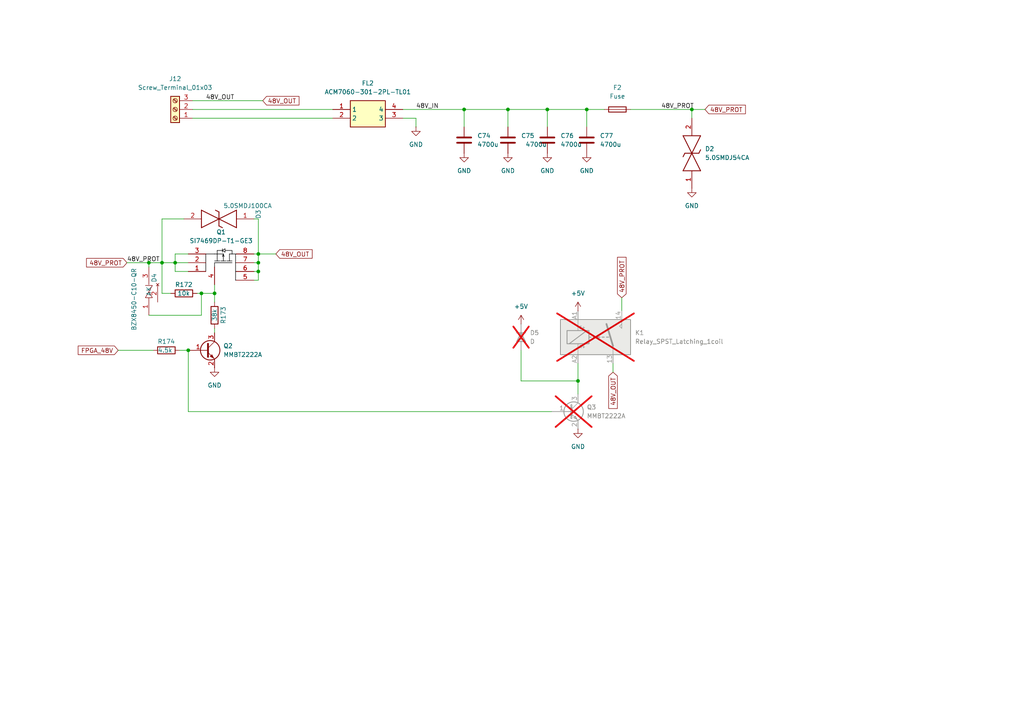
<source format=kicad_sch>
(kicad_sch (version 20231120) (generator "eeschema") (generator_version "8.0")
  (paper "A4")
  (lib_symbols
    (symbol "5_0SMDJ100CA:5.0SMDJ100CA" (pin_names hide)
      (property "Reference" "D" (at 12.7 8.89 0))
      (property "Value" "5.0SMDJ100CA" (at 12.7 6.35 0))
      (symbol "5.0SMDJ100CA_1_1"
        (polyline (pts (xy 5.08 2.54) (xy 5.08 -2.54)) (stroke (width 0.254)))
        (polyline (pts (xy 5.08 2.54) (xy 10.16 0)) (stroke (width 0.254)))
        (polyline (pts (xy 9.144 2.54) (xy 10.16 2.032)) (stroke (width 0.254)))
        (polyline (pts (xy 10.16 -2.032) (xy 10.16 2.032)) (stroke (width 0.254)))
        (polyline (pts (xy 10.16 -2.032) (xy 11.176 -2.54)) (stroke (width 0.254)))
        (polyline (pts (xy 10.16 0) (xy 5.08 -2.54)) (stroke (width 0.254)))
        (polyline (pts (xy 10.16 0) (xy 15.24 -2.54)) (stroke (width 0.254)))
        (polyline (pts (xy 15.24 2.54) (xy 10.16 0)) (stroke (width 0.254)))
        (polyline (pts (xy 15.24 2.54) (xy 15.24 -2.54)) (stroke (width 0.254)))
        (pin passive line (at 0 0 0) (length 5.08) (name "1") (number "1"))
        (pin passive line (at 20.32 0 180) (length 5.08) (name "2") (number "2"))
      )
    )
    (symbol "5_0SMDJ54CA:5.0SMDJ54CA" (pin_names hide)
      (property "Reference" "D" (at 3.048 3.556 0))
      (property "Value" "5.0SMDJ54CA" (at 12.954 3.302 0))
      (symbol "5.0SMDJ54CA_1_1"
        (polyline (pts (xy 5.08 2.54) (xy 5.08 -2.54)) (stroke (width 0.254)))
        (polyline (pts (xy 5.08 2.54) (xy 10.16 0)) (stroke (width 0.254)))
        (polyline (pts (xy 9.144 2.54) (xy 10.16 2.032)) (stroke (width 0.254)))
        (polyline (pts (xy 10.16 -2.032) (xy 10.16 2.032)) (stroke (width 0.254)))
        (polyline (pts (xy 10.16 -2.032) (xy 11.176 -2.54)) (stroke (width 0.254)))
        (polyline (pts (xy 10.16 0) (xy 5.08 -2.54)) (stroke (width 0.254)))
        (polyline (pts (xy 10.16 0) (xy 15.24 -2.54)) (stroke (width 0.254)))
        (polyline (pts (xy 15.24 2.54) (xy 10.16 0)) (stroke (width 0.254)))
        (polyline (pts (xy 15.24 2.54) (xy 15.24 -2.54)) (stroke (width 0.254)))
        (pin passive line (at 0 0 0) (length 5.08) (name "1") (number "1"))
        (pin passive line (at 20.32 0 180) (length 5.08) (name "2") (number "2"))
      )
    )
    (symbol "ACM7060-301-2PL-TL01:ACM7060-301-2PL-TL01"
      (property "Reference" "FL" (at 16.51 7.62 0))
      (property "Value" "ACM7060-301-2PL-TL01" (at 16.51 5.08 0))
      (symbol "ACM7060-301-2PL-TL01_1_1"
        (rectangle (start 5.08 2.54) (end 15.24 -5.08) (stroke (width 0.254)) (fill (type background)))
        (pin passive line (at 0 0 0) (length 5.08) (name "1") (number "1"))
        (pin passive line (at 0 -2.54 0) (length 5.08) (name "2") (number "2"))
        (pin passive line (at 20.32 -2.54 180) (length 5.08) (name "3") (number "3"))
        (pin passive line (at 20.32 0 180) (length 5.08) (name "4") (number "4"))
      )
    )
    (symbol "BZX8450-C10-QR:BZX8450-C10-QR"
      (property "Reference" "D" (at -2.794 9.144 0))
      (property "Value" "BZX8450-C10-QR" (at -7.62 2.794 0))
      (symbol "BZX8450-C10-QR_0_1"
        (polyline (pts (xy -2.54 6.35) (xy -2.54 7.366) (xy -2.54 5.334) (xy -0.762 6.35) (xy -2.54 7.366) (xy 1.016 5.334) (xy 1.016 7.366)))
      )
      (symbol "BZX8450-C10-QR_1_1"
        (pin passive line (at -7.62 6.35 0) (length 5.08) (name "A") (number "1"))
        (pin no_connect line (at 1.27 3.81 180) (length 5.08) (name "") (number "2"))
        (pin passive line (at 6.35 6.35 180) (length 5.08) (name "K") (number "3"))
      )
    )
    (symbol "Connector:Screw_Terminal_01x03" (pin_names (offset 1.016) hide)
      (property "Reference" "J" (at 0 5.08 0))
      (property "Value" "Screw_Terminal_01x03" (at 0 -5.08 0))
      (symbol "Screw_Terminal_01x03_1_1"
        (rectangle (start -1.27 3.81) (end 1.27 -3.81) (stroke (width 0.254)) (fill (type background)))
        (circle (center 0 -2.54) (radius 0.635) (stroke (width 0.1524)))
        (polyline (pts (xy -0.5334 -2.2098) (xy 0.3302 -3.048)) (stroke (width 0.1524)))
        (polyline (pts (xy -0.5334 0.3302) (xy 0.3302 -0.508)) (stroke (width 0.1524)))
        (polyline (pts (xy -0.5334 2.8702) (xy 0.3302 2.032)) (stroke (width 0.1524)))
        (polyline (pts (xy -0.3556 -2.032) (xy 0.508 -2.8702)) (stroke (width 0.1524)))
        (polyline (pts (xy -0.3556 0.508) (xy 0.508 -0.3302)) (stroke (width 0.1524)))
        (polyline (pts (xy -0.3556 3.048) (xy 0.508 2.2098)) (stroke (width 0.1524)))
        (circle (center 0 0) (radius 0.635) (stroke (width 0.1524)))
        (circle (center 0 2.54) (radius 0.635) (stroke (width 0.1524)))
        (pin passive line (at -5.08 2.54 0) (length 3.81) (name "Pin_1") (number "1"))
        (pin passive line (at -5.08 0 0) (length 3.81) (name "Pin_2") (number "2"))
        (pin passive line (at -5.08 -2.54 0) (length 3.81) (name "Pin_3") (number "3"))
      )
    )
    (symbol "Device:C" (pin_numbers hide) (pin_names (offset 0.254))
      (property "Reference" "C" (at 0.635 2.54 0))
      (property "Value" "C" (at 0.635 -2.54 0))
      (symbol "C_0_1"
        (polyline (pts (xy -2.032 -0.762) (xy 2.032 -0.762)) (stroke (width 0.508)))
        (polyline (pts (xy -2.032 0.762) (xy 2.032 0.762)) (stroke (width 0.508)))
      )
      (symbol "C_1_1"
        (pin passive line (at 0 3.81 270) (length 2.794) (name "~") (number "1"))
        (pin passive line (at 0 -3.81 90) (length 2.794) (name "~") (number "2"))
      )
    )
    (symbol "Device:D" (pin_numbers hide) (pin_names (offset 1.016) hide)
      (property "Reference" "D" (at 0 2.54 0))
      (property "Value" "D" (at 0 -2.54 0))
      (symbol "D_0_1"
        (polyline (pts (xy -1.27 1.27) (xy -1.27 -1.27)) (stroke (width 0.254)))
        (polyline (pts (xy 1.27 0) (xy -1.27 0)))
        (polyline (pts (xy 1.27 1.27) (xy 1.27 -1.27) (xy -1.27 0) (xy 1.27 1.27)) (stroke (width 0.254)))
      )
      (symbol "D_1_1"
        (pin passive line (at -3.81 0 0) (length 2.54) (name "K") (number "1"))
        (pin passive line (at 3.81 0 180) (length 2.54) (name "A") (number "2"))
      )
    )
    (symbol "Device:Fuse" (pin_numbers hide) (pin_names (offset 0))
      (property "Reference" "F" (at 2.032 0 90))
      (property "Value" "Fuse" (at -1.905 0 90))
      (symbol "Fuse_0_1"
        (rectangle (start -0.762 -2.54) (end 0.762 2.54) (stroke (width 0.254)))
        (polyline (pts (xy 0 2.54) (xy 0 -2.54)))
      )
      (symbol "Fuse_1_1"
        (pin passive line (at 0 3.81 270) (length 1.27) (name "~") (number "1"))
        (pin passive line (at 0 -3.81 90) (length 1.27) (name "~") (number "2"))
      )
    )
    (symbol "Device:R" (pin_numbers hide) (pin_names (offset 0))
      (property "Reference" "R" (at 2.032 0 90))
      (property "Value" "R" (at 0 0 90))
      (symbol "R_0_1"
        (rectangle (start -1.016 -2.54) (end 1.016 2.54) (stroke (width 0.254)))
      )
      (symbol "R_1_1"
        (pin passive line (at 0 3.81 270) (length 1.27) (name "~") (number "1"))
        (pin passive line (at 0 -3.81 90) (length 1.27) (name "~") (number "2"))
      )
    )
    (symbol "Relay:Relay_SPST_Latching_1coil"
      (property "Reference" "K" (at 12.065 3.81 0))
      (property "Value" "Relay_SPST_Latching_1coil" (at 11.43 1.27 0))
      (symbol "Relay_SPST_Latching_1coil_1_1"
        (rectangle (start -10.16 5.08) (end 10.16 -5.08) (stroke (width 0.254)) (fill (type background)))
        (rectangle (start -8.255 1.905) (end -1.905 -1.905) (stroke (width 0.254)))
        (polyline (pts (xy -7.62 -1.905) (xy -2.54 1.905)) (stroke (width 0.254)))
        (polyline (pts (xy -5.08 -5.08) (xy -5.08 -1.905)))
        (polyline (pts (xy -5.08 5.08) (xy -5.08 1.905)))
        (polyline (pts (xy -1.905 0) (xy -1.27 0)) (stroke (width 0.254)))
        (polyline (pts (xy -0.635 0) (xy 0 0)) (stroke (width 0.254)))
        (polyline (pts (xy 0.635 0) (xy 1.27 0)) (stroke (width 0.254)))
        (polyline (pts (xy 0.635 0) (xy 1.27 0)) (stroke (width 0.254)))
        (polyline (pts (xy 1.905 0) (xy 2.54 0)) (stroke (width 0.254)))
        (polyline (pts (xy 3.175 0) (xy 3.81 0)) (stroke (width 0.254)))
        (polyline (pts (xy 5.08 -2.54) (xy 3.175 3.81)) (stroke (width 0.508)))
        (polyline (pts (xy 5.08 -2.54) (xy 5.08 -5.08)))
        (polyline (pts (xy 7.62 3.81) (xy 7.62 5.08)))
        (polyline (pts (xy 7.62 3.81) (xy 7.62 2.54) (xy 6.985 3.175) (xy 7.62 3.81)))
        (text "R+" (at -3.81 -2.794 0) (effects (font (size 0.762 0.762))))
        (text "S+" (at -3.81 2.794 0) (effects (font (size 0.762 0.762))))
        (pin passive line (at 5.08 -7.62 90) (length 2.54) (name "~") (number "13"))
        (pin passive line (at 7.62 7.62 270) (length 2.54) (name "~") (number "14"))
        (pin passive line (at -5.08 7.62 270) (length 2.54) (name "~") (number "A1"))
        (pin passive line (at -5.08 -7.62 90) (length 2.54) (name "~") (number "A2"))
      )
    )
    (symbol "SI7469DP-T1-GE3:SI7469DP-T1-GE3"
      (property "Reference" "Q" (at -1.778 34.798 0))
      (property "Value" "SI7469DP-T1-GE3" (at -1.778 31.75 0))
      (symbol "SI7469DP-T1-GE3_0_1"
        (polyline (pts (xy -4.064 29.972) (xy -5.842 29.972)) (stroke (width 0) (color 0 0 0 1)))
        (polyline (pts (xy -4.064 29.972) (xy -4.064 29.972)) (stroke (width 0) (color 0 0 0 1)))
        (polyline (pts (xy -4.064 29.972) (xy -2.794 29.972)) (stroke (width 0) (color 0 0 0 1)))
        (polyline (pts (xy -3.81 31.75) (xy -5.842 31.75)) (stroke (width 0) (color 0 0 0 1)))
        (polyline (pts (xy -3.81 31.75) (xy -4.572 31.496)) (stroke (width 0) (color 0 0 0 1)))
        (polyline (pts (xy -3.81 31.75) (xy -4.572 32.004)) (stroke (width 0) (color 0 0 0 1)))
        (polyline (pts (xy -3.81 31.75) (xy -3.81 29.21)) (stroke (width 0) (color 0 0 0 1)))
        (polyline (pts (xy -3.81 33.528) (xy -3.81 34.29)) (stroke (width 0) (color 0 0 0 1)))
        (polyline (pts (xy -3.302 31.496) (xy -2.286 31.496)) (stroke (width 0) (color 0 0 0 1)))
        (polyline (pts (xy -2.794 31.496) (xy -2.794 29.972)) (stroke (width 0) (color 0 0 0 1)))
        (polyline (pts (xy -7.62 29.21) (xy -6.35 29.21) (xy -6.35 34.29)) (stroke (width 0) (color 0 0 0 1)))
        (polyline (pts (xy -5.842 30.734) (xy -5.842 29.21) (xy -5.842 29.718)) (stroke (width 0) (color 0 0 0 1)))
        (polyline (pts (xy -5.842 32.512) (xy -5.842 30.988) (xy -5.842 31.496)) (stroke (width 0) (color 0 0 0 1)))
        (polyline (pts (xy -5.842 34.29) (xy -5.842 32.766) (xy -5.842 33.274)) (stroke (width 0) (color 0 0 0 1)))
        (polyline (pts (xy -3.81 34.29) (xy -2.794 34.29) (xy -2.794 32.258) (xy -2.286 32.258) (xy -2.794 31.496) (xy -3.302 32.258) (xy -2.794 32.258)) (stroke (width 0) (color 0 0 0 1)))
      )
      (symbol "SI7469DP-T1-GE3_1_1"
        (polyline (pts (xy -11.43 35.56) (xy -11.43 35.306)) (stroke (width 0) (color 0 0 0 1)))
        (polyline (pts (xy -8.89 35.56) (xy -8.89 35.306)) (stroke (width 0) (color 0 0 0 1)))
        (polyline (pts (xy -6.35 35.56) (xy -6.35 35.306)) (stroke (width 0) (color 0 0 0 1)))
        (polyline (pts (xy -3.81 33.528) (xy -5.842 33.528)) (stroke (width 0) (color 0 0 0 1)))
        (polyline (pts (xy -3.81 29.21) (xy -3.81 26.67) (xy -8.89 26.67)) (stroke (width 0) (color 0 0 0 1)))
        (polyline (pts (xy -11.43 35.56) (xy -11.43 35.306) (xy -3.81 35.306) (xy -3.81 35.56) (xy -3.81 34.29)) (stroke (width 0) (color 0 0 0 1)))
        (pin passive line (at -8.89 21.59 90) (length 5.08) (name "") (number "1"))
        (pin passive line (at -6.35 21.59 90) (length 5.08) (name "") (number "2"))
        (pin passive line (at -3.81 21.59 90) (length 5.08) (name "") (number "3"))
        (pin passive line (at -12.7 29.21 0) (length 5.08) (name "") (number "4"))
        (pin passive line (at -11.43 40.64 270) (length 5.08) (name "") (number "5"))
        (pin passive line (at -8.89 40.64 270) (length 5.08) (name "") (number "6"))
        (pin passive line (at -6.35 40.64 270) (length 5.08) (name "") (number "7"))
        (pin passive line (at -3.81 40.64 270) (length 5.08) (name "") (number "8"))
      )
    )
    (symbol "Transistor_BJT:MMBT2222A" (pin_names (offset 0) hide)
      (property "Reference" "Q" (at 5.08 1.905 0))
      (property "Value" "MMBT2222A" (at 5.08 0 0))
      (symbol "MMBT2222A_0_1"
        (polyline (pts (xy 0.635 0.635) (xy 2.54 2.54)))
        (polyline (pts (xy 0.635 -0.635) (xy 2.54 -2.54) (xy 2.54 -2.54)))
        (polyline (pts (xy 0.635 1.905) (xy 0.635 -1.905) (xy 0.635 -1.905)) (stroke (width 0.508)))
        (polyline (pts (xy 1.27 -1.778) (xy 1.778 -1.27) (xy 2.286 -2.286) (xy 1.27 -1.778) (xy 1.27 -1.778)) (fill (type outline)))
        (circle (center 1.27 0) (radius 2.8194) (stroke (width 0.254)))
      )
      (symbol "MMBT2222A_1_1"
        (pin input line (at -5.08 0 0) (length 5.715) (name "B") (number "1"))
        (pin passive line (at 2.54 -5.08 90) (length 2.54) (name "E") (number "2"))
        (pin passive line (at 2.54 5.08 270) (length 2.54) (name "C") (number "3"))
      )
    )
    (symbol "power:+5V" (power) (pin_numbers hide) (pin_names (offset 0) hide)
      (property "Value" "+5V" (at 0 3.556 0))
      (symbol "+5V_0_1"
        (polyline (pts (xy -0.762 1.27) (xy 0 2.54)))
        (polyline (pts (xy 0 0) (xy 0 2.54)))
        (polyline (pts (xy 0 2.54) (xy 0.762 1.27)))
      )
      (symbol "+5V_1_1"
        (pin power_in line (at 0 0 90) (length 0) (name "~") (number "1"))
      )
    )
    (symbol "power:GND" (power) (pin_numbers hide) (pin_names (offset 0) hide)
      (property "Value" "GND" (at 0 -3.81 0))
      (symbol "GND_0_1"
        (polyline (pts (xy 0 0) (xy 0 -1.27) (xy 1.27 -1.27) (xy 0 -2.54) (xy -1.27 -1.27) (xy 0 -1.27)))
      )
      (symbol "GND_1_1"
        (pin power_in line (at 0 0 270) (length 0) (name "~") (number "1"))
      )
    )
  )
  (junction (at 134.62 31.75))
  (junction (at 62.23 85.09))
  (junction (at 74.93 78.74))
  (junction (at 170.18 31.75))
  (junction (at 74.93 76.2))
  (junction (at 50.8 76.2))
  (junction (at 54.61 101.6))
  (junction (at 74.93 73.66))
  (junction (at 158.75 31.75))
  (junction (at 200.66 31.75))
  (junction (at 147.32 31.75))
  (junction (at 167.64 110.49))
  (junction (at 43.18 76.2))
  (junction (at 58.42 85.09))
  (junction (at 46.99 76.2))
  (wire (pts (xy 151.13 110.49) (xy 167.64 110.49)))
  (wire (pts (xy 116.84 34.29) (xy 120.65 34.29)))
  (wire (pts (xy 74.93 78.74) (xy 74.93 76.2)))
  (wire (pts (xy 167.64 110.49) (xy 167.64 114.3)))
  (wire (pts (xy 73.66 78.74) (xy 74.93 78.74)))
  (wire (pts (xy 50.8 73.66) (xy 50.8 76.2)))
  (wire (pts (xy 167.64 105.41) (xy 167.64 110.49)))
  (wire (pts (xy 177.8 105.41) (xy 177.8 107.95)))
  (wire (pts (xy 73.66 63.5) (xy 74.93 63.5)))
  (wire (pts (xy 147.32 31.75) (xy 158.75 31.75)))
  (wire (pts (xy 200.66 34.29) (xy 200.66 31.75)))
  (wire (pts (xy 180.34 86.36) (xy 180.34 90.17)))
  (wire (pts (xy 58.42 85.09) (xy 62.23 85.09)))
  (wire (pts (xy 158.75 31.75) (xy 170.18 31.75)))
  (wire (pts (xy 200.66 31.75) (xy 204.47 31.75)))
  (wire (pts (xy 43.18 91.44) (xy 58.42 91.44)))
  (wire (pts (xy 73.66 76.2) (xy 74.93 76.2)))
  (wire (pts (xy 160.02 119.38) (xy 54.61 119.38)))
  (wire (pts (xy 43.18 76.2) (xy 46.99 76.2)))
  (wire (pts (xy 46.99 63.5) (xy 46.99 76.2)))
  (wire (pts (xy 170.18 31.75) (xy 170.18 36.83)))
  (wire (pts (xy 36.83 76.2) (xy 43.18 76.2)))
  (wire (pts (xy 116.84 31.75) (xy 134.62 31.75)))
  (wire (pts (xy 62.23 85.09) (xy 62.23 87.63)))
  (wire (pts (xy 50.8 78.74) (xy 54.61 78.74)))
  (wire (pts (xy 58.42 91.44) (xy 58.42 85.09)))
  (wire (pts (xy 52.07 101.6) (xy 54.61 101.6)))
  (wire (pts (xy 134.62 31.75) (xy 134.62 36.83)))
  (wire (pts (xy 74.93 81.28) (xy 74.93 78.74)))
  (wire (pts (xy 158.75 31.75) (xy 158.75 36.83)))
  (wire (pts (xy 74.93 73.66) (xy 80.01 73.66)))
  (wire (pts (xy 46.99 76.2) (xy 50.8 76.2)))
  (wire (pts (xy 53.34 63.5) (xy 46.99 63.5)))
  (wire (pts (xy 55.88 31.75) (xy 96.52 31.75)))
  (wire (pts (xy 73.66 81.28) (xy 74.93 81.28)))
  (wire (pts (xy 73.66 73.66) (xy 74.93 73.66)))
  (wire (pts (xy 62.23 82.55) (xy 62.23 85.09)))
  (wire (pts (xy 34.29 101.6) (xy 44.45 101.6)))
  (wire (pts (xy 55.88 29.21) (xy 76.2 29.21)))
  (wire (pts (xy 74.93 63.5) (xy 74.93 73.66)))
  (wire (pts (xy 55.88 34.29) (xy 96.52 34.29)))
  (wire (pts (xy 50.8 76.2) (xy 54.61 76.2)))
  (wire (pts (xy 62.23 95.25) (xy 62.23 96.52)))
  (wire (pts (xy 147.32 31.75) (xy 147.32 36.83)))
  (wire (pts (xy 54.61 119.38) (xy 54.61 101.6)))
  (wire (pts (xy 46.99 85.09) (xy 46.99 76.2)))
  (wire (pts (xy 54.61 73.66) (xy 50.8 73.66)))
  (wire (pts (xy 120.65 34.29) (xy 120.65 36.83)))
  (wire (pts (xy 50.8 76.2) (xy 50.8 78.74)))
  (wire (pts (xy 170.18 31.75) (xy 175.26 31.75)))
  (wire (pts (xy 151.13 101.6) (xy 151.13 110.49)))
  (wire (pts (xy 49.53 85.09) (xy 46.99 85.09)))
  (wire (pts (xy 134.62 31.75) (xy 147.32 31.75)))
  (wire (pts (xy 57.15 85.09) (xy 58.42 85.09)))
  (wire (pts (xy 43.18 76.2) (xy 43.18 77.47)))
  (wire (pts (xy 182.88 31.75) (xy 200.66 31.75)))
  (wire (pts (xy 74.93 76.2) (xy 74.93 73.66)))
  (label "48V_OUT" (at 59.69 29.21 0))
  (label "48V_IN" (at 120.65 31.75 0))
  (label "48V_PROT" (at 191.77 31.75 0))
  (label "48V_PROT" (at 36.83 76.2 0))
  (global_label "48V_OUT" (shape input) (at 76.2 29.21 0) (property "Intersheetrefs" "${INTERSHEET_REFS}" (effects (hide yes))))
  (global_label "48V_OUT" (shape input) (at 177.8 107.95 270) (property "Intersheetrefs" "${INTERSHEET_REFS}" (effects (hide yes))))
  (global_label "48V_PROT" (shape input) (at 180.34 86.36 90) (property "Intersheetrefs" "${INTERSHEET_REFS}" (effects (hide yes))))
  (global_label "FPGA_48V" (shape input) (at 34.29 101.6 180) (property "Intersheetrefs" "${INTERSHEET_REFS}" (effects (hide yes))))
  (global_label "48V_PROT" (shape input) (at 36.83 76.2 180) (property "Intersheetrefs" "${INTERSHEET_REFS}" (effects (hide yes))))
  (global_label "48V_PROT" (shape input) (at 204.47 31.75 0) (property "Intersheetrefs" "${INTERSHEET_REFS}" (effects (hide yes))))
  (global_label "48V_OUT" (shape input) (at 80.01 73.66 0) (property "Intersheetrefs" "${INTERSHEET_REFS}" (effects (hide yes))))
  (symbol (lib_id "power:GND") (at 170.18 44.45 0) (unit 1)
    (property "Reference" "#PWR0288" (effects (hide yes)))
    (property "Value" "GND" (at 170.18 49.53 0))
    (property "Description" "Power symbol creates a global label with name \"GND\" , ground" (effects (hide yes)))
  )
  (symbol (lib_id "Device:Fuse") (at 179.07 31.75 90) (unit 1)
    (property "Reference" "F2" (at 179.07 25.4 90))
    (property "Value" "Fuse" (at 179.07 27.94 90))
    (property "Footprint" "Fuse:Fuse_2512_6332Metric" (effects (hide yes)))
    (property "Description" "Fuse" (effects (hide yes)))
  )
  (symbol (lib_id "BZX8450-C10-QR:BZX8450-C10-QR") (at 49.53 83.82 90) (unit 1)
    (property "Reference" "D4" (at 44.704 79.248 0) (effects (justify right)))
    (property "Value" "BZX8450-C10-QR" (at 38.862 77.724 0) (effects (justify right)))
    (property "Footprint" "BZX8450-C10-QR:SOT95P230X110-3N" (effects (hide yes)))
    (property "Datasheet" "https://assets.nexperia.com/documents/data-sheet/BZX8450-Q_SER.pdf" (effects (hide yes)))
    (property "Description" "Zener Diodes BZX8450-C10-Q/SOT23/TO-236AB" (effects (hide yes)))
    (property "Height" "1.1" (effects (hide yes)))
    (property "Mouser Part Number" "771-BZX8450-C10-QR" (effects (hide yes)))
    (property "Mouser Price/Stock" "https://www.mouser.co.uk/ProductDetail/Nexperia/BZX8450-C10-QR?qs=A6eO%252BMLsxmShjEeVZNTYcg%3D%3D" (effects (hide yes)))
    (property "Manufacturer_Name" "Nexperia" (effects (hide yes)))
    (property "Manufacturer_Part_Number" "BZX8450-C10-QR" (effects (hide yes)))
  )
  (symbol (lib_id "Device:C") (at 158.75 40.64 0) (unit 1)
    (property "Reference" "C76" (at 162.56 39.3699 0) (effects (justify left)))
    (property "Value" "4700u" (at 162.56 41.9099 0) (effects (justify left)))
    (property "Footprint" "Capacitor_THT:C_Radial_D16.0mm_H25.0mm_P7.50mm" (effects (hide yes)))
    (property "Description" "Unpolarized capacitor" (effects (hide yes)))
  )
  (symbol (lib_id "power:GND") (at 134.62 44.45 0) (unit 1)
    (property "Reference" "#PWR0285" (effects (hide yes)))
    (property "Value" "GND" (at 134.62 49.53 0))
    (property "Description" "Power symbol creates a global label with name \"GND\" , ground" (effects (hide yes)))
  )
  (symbol (lib_id "Device:D") (at 151.13 97.79 270) (unit 1) (dnp yes)
    (property "Reference" "D5" (at 153.67 96.5199 90) (effects (justify left)))
    (property "Value" "D" (at 153.67 99.0599 90) (effects (justify left)))
    (property "Footprint" "Diode_SMD:D_0603_1608Metric" (effects (hide yes)))
    (property "Description" "Diode" (effects (hide yes)))
    (property "Sim.Device" "D" (effects (hide yes)))
    (property "Sim.Pins" "1=K 2=A" (effects (hide yes)))
  )
  (symbol (lib_id "SI7469DP-T1-GE3:SI7469DP-T1-GE3") (at 33.02 69.85 270) (mirror x) (unit 1)
    (property "Reference" "Q1" (at 64.135 67.31 90))
    (property "Value" "SI7469DP-T1-GE3" (at 64.135 69.85 90))
    (property "Footprint" "SI7469DP-T1-GE3:SI7469DPT1GE3" (effects (hide yes)))
    (property "Datasheet" "http://www.vishay.com/docs/73438/si7469dp.pdf" (effects (hide yes)))
    (property "Description" "MOSFET -80V Vds 20V Vgs PowerPAK SO-8" (effects (hide yes)))
    (property "Height" "1.12" (effects (hide yes)))
    (property "Mouser Part Number" "781-SI7469DP-GE3" (effects (hide yes)))
    (property "Mouser Price/Stock" "https://www.mouser.co.uk/ProductDetail/Vishay-Semiconductors/SI7469DP-T1-GE3?qs=%252BPu8jn5UVnFotX1Os21qQw%3D%3D" (effects (hide yes)))
    (property "Manufacturer_Name" "Vishay" (effects (hide yes)))
    (property "Manufacturer_Part_Number" "SI7469DP-T1-GE3" (effects (hide yes)))
  )
  (symbol (lib_id "Relay:Relay_SPST_Latching_1coil") (at 172.72 97.79 0) (unit 1) (dnp yes)
    (property "Reference" "K1" (at 184.15 96.5199 0) (effects (justify left)))
    (property "Value" "Relay_SPST_Latching_1coil" (at 184.15 99.0599 0) (effects (justify left)))
    (property "Footprint" "Relay_THT:Relay_SPST_Omron-G5Q-1A" (effects (hide yes)))
    (property "Description" "Relay SPST, bistable, single-coil, EN50005" (effects (hide yes)))
  )
  (symbol (lib_id "power:GND") (at 62.23 106.68 0) (unit 1)
    (property "Reference" "#PWR0292" (effects (hide yes)))
    (property "Value" "GND" (at 62.23 111.76 0))
    (property "Description" "Power symbol creates a global label with name \"GND\" , ground" (effects (hide yes)))
  )
  (symbol (lib_id "ACM7060-301-2PL-TL01:ACM7060-301-2PL-TL01") (at 96.52 31.75 0) (unit 1)
    (property "Reference" "FL2" (at 106.68 24.13 0))
    (property "Value" "ACM7060-301-2PL-TL01" (at 106.68 26.67 0))
    (property "Footprint" "ACM7060-301-2PL-TL01:ACM70603012PLTL01" (effects (hide yes)))
    (property "Datasheet" "https://product.tdk.com/system/files/dam/doc/product/emc/emc/cmf_cmc/catalog/cmf_commercial_power_acm7060_en.pdf" (effects (hide yes)))
    (property "Description" "Common Mode Filters / Chokes, |Z|=300 at 100MHz, L x W x T :" (effects (hide yes)))
    (property "Height" "3.5" (effects (hide yes)))
    (property "Mouser Part Number" "810-ACM7063012PLTL01" (effects (hide yes)))
    (property "Mouser Price/Stock" "https://www.mouser.co.uk/ProductDetail/TDK/ACM7060-301-2PL-TL01?qs=XtcaLsi12kuLPtyDTh4ZWA%3D%3D" (effects (hide yes)))
    (property "Manufacturer_Name" "TDK" (effects (hide yes)))
    (property "Manufacturer_Part_Number" "ACM7060-301-2PL-TL01" (effects (hide yes)))
  )
  (symbol (lib_id "5_0SMDJ100CA:5.0SMDJ100CA") (at 73.66 63.5 180) (unit 1)
    (property "Reference" "D3" (at 74.9299 63.5 90) (effects (justify right)))
    (property "Value" "5.0SMDJ100CA" (at 64.7699 59.69 0) (effects (justify right)))
    (property "Footprint" "5_0SMDJ100CA:DIONM7959X262N" (effects (hide yes)))
    (property "Datasheet" "https://www.littelfuse.com/~/media/electronics/datasheets/tvs_diodes/littelfuse_tvs_diode_5_0smdj_datasheet.pdf.pdf" (effects (hide yes)))
    (property "Description" "TVS Diode Single Bi-Dir 100V 5KW 2-Pin SMC T/R" (effects (hide yes)))
    (property "Height" "2.62" (effects (hide yes)))
    (property "Mouser Part Number" "576-5.0SMDJ100CA" (effects (hide yes)))
    (property "Mouser Price/Stock" "https://www.mouser.co.uk/ProductDetail/Littelfuse/50SMDJ100CA?qs=Hi7jo9HHk1qXPGsCmNro4g%3D%3D" (effects (hide yes)))
    (property "Manufacturer_Name" "LITTELFUSE" (effects (hide yes)))
    (property "Manufacturer_Part_Number" "5.0SMDJ100CA" (effects (hide yes)))
  )
  (symbol (lib_id "Device:C") (at 134.62 40.64 0) (unit 1)
    (property "Reference" "C74" (at 138.43 39.3699 0) (effects (justify left)))
    (property "Value" "4700u" (at 138.43 41.9099 0) (effects (justify left)))
    (property "Footprint" "Capacitor_THT:C_Radial_D16.0mm_H25.0mm_P7.50mm" (effects (hide yes)))
    (property "Description" "Unpolarized capacitor" (effects (hide yes)))
  )
  (symbol (lib_id "power:+5V") (at 167.64 90.17 0) (unit 1)
    (property "Reference" "#PWR0290" (effects (hide yes)))
    (property "Value" "+5V" (at 167.64 85.09 0))
    (property "Description" "Power symbol creates a global label with name \"+5V\"" (effects (hide yes)))
  )
  (symbol (lib_id "Connector:Screw_Terminal_01x03") (at 50.8 31.75 180) (unit 1)
    (property "Reference" "J12" (at 50.8 22.86 0))
    (property "Value" "Screw_Terminal_01x03" (at 50.8 25.4 0))
    (property "Footprint" "TerminalBlock_MetzConnect:TerminalBlock_MetzConnect_Type055_RT01503HDWU_1x03_P5.00mm_Horizontal" (effects (hide yes)))
    (property "Description" "Generic screw terminal, single row, 01x03, script generated (kicad-library-utils/schlib/autogen/connector/)" (effects (hide yes)))
  )
  (symbol (lib_id "power:GND") (at 147.32 44.45 0) (unit 1)
    (property "Reference" "#PWR0286" (effects (hide yes)))
    (property "Value" "GND" (at 147.32 49.53 0))
    (property "Description" "Power symbol creates a global label with name \"GND\" , ground" (effects (hide yes)))
  )
  (symbol (lib_id "power:GND") (at 200.66 54.61 0) (unit 1)
    (property "Reference" "#PWR0289" (effects (hide yes)))
    (property "Value" "GND" (at 200.66 59.69 0))
    (property "Description" "Power symbol creates a global label with name \"GND\" , ground" (effects (hide yes)))
  )
  (symbol (lib_id "5_0SMDJ54CA:5.0SMDJ54CA") (at 200.66 54.61 90) (unit 1)
    (property "Reference" "D2" (at 204.47 43.1799 90) (effects (justify right)))
    (property "Value" "5.0SMDJ54CA" (at 204.47 45.7199 90) (effects (justify right)))
    (property "Footprint" "5_0SMDJ54CA:DIONM7959X262N" (effects (hide yes)))
    (property "Datasheet" "https://componentsearchengine.com/Datasheets/1/5.0SMDJ54CA.pdf" (effects (hide yes)))
    (property "Description" "TVS Diode Single Bi-Dir 54V 5KW 2-Pin SMC T/R" (effects (hide yes)))
    (property "Height" "2.62" (effects (hide yes)))
    (property "Mouser Part Number" "576-5.0SMDJ54CA" (effects (hide yes)))
    (property "Mouser Price/Stock" "https://www.mouser.com/Search/Refine.aspx?Keyword=576-5.0SMDJ54CA" (effects (hide yes)))
    (property "Manufacturer_Name" "LITTELFUSE" (effects (hide yes)))
    (property "Manufacturer_Part_Number" "5.0SMDJ54CA" (effects (hide yes)))
  )
  (symbol (lib_id "power:GND") (at 120.65 36.83 0) (unit 1)
    (property "Reference" "#PWR0284" (effects (hide yes)))
    (property "Value" "GND" (at 120.65 41.91 0))
    (property "Description" "Power symbol creates a global label with name \"GND\" , ground" (effects (hide yes)))
  )
  (symbol (lib_id "Device:R") (at 53.34 85.09 90) (unit 1)
    (property "Reference" "R172" (at 55.88 82.55 90) (effects (justify left)))
    (property "Value" "10k" (at 55.118 85.09 90) (effects (justify left)))
    (property "Footprint" "Resistor_SMD:R_0603_1608Metric" (effects (hide yes)))
    (property "Description" "Resistor" (effects (hide yes)))
  )
  (symbol (lib_id "Transistor_BJT:MMBT2222A") (at 59.69 101.6 0) (unit 1)
    (property "Reference" "Q2" (at 64.77 100.3299 0) (effects (justify left)))
    (property "Value" "MMBT2222A" (at 64.77 102.8699 0) (effects (justify left)))
    (property "Footprint" "Package_TO_SOT_SMD:SOT-23" (effects (hide yes)))
    (property "Datasheet" "https://assets.nexperia.com/documents/data-sheet/MMBT2222A.pdf" (effects (hide yes)))
    (property "Description" "600mA Ic, 40V Vce, NPN Transistor, SOT-23" (effects (hide yes)))
  )
  (symbol (lib_id "Transistor_BJT:MMBT2222A") (at 165.1 119.38 0) (unit 1) (dnp yes)
    (property "Reference" "Q3" (at 170.18 118.1099 0) (effects (justify left)))
    (property "Value" "MMBT2222A" (at 170.18 120.6499 0) (effects (justify left)))
    (property "Footprint" "Package_TO_SOT_SMD:SOT-23" (effects (hide yes)))
    (property "Datasheet" "https://assets.nexperia.com/documents/data-sheet/MMBT2222A.pdf" (effects (hide yes)))
    (property "Description" "600mA Ic, 40V Vce, NPN Transistor, SOT-23" (effects (hide yes)))
  )
  (symbol (lib_id "Device:R") (at 62.23 91.44 0) (unit 1)
    (property "Reference" "R173" (at 64.77 93.98 90) (effects (justify left)))
    (property "Value" "38k" (at 62.23 93.218 90) (effects (justify left)))
    (property "Footprint" "Resistor_SMD:R_0603_1608Metric" (effects (hide yes)))
    (property "Description" "Resistor" (effects (hide yes)))
  )
  (symbol (lib_id "power:+5V") (at 151.13 93.98 0) (unit 1)
    (property "Reference" "#PWR0291" (effects (hide yes)))
    (property "Value" "+5V" (at 151.13 88.9 0))
    (property "Description" "Power symbol creates a global label with name \"+5V\"" (effects (hide yes)))
  )
  (symbol (lib_id "Device:C") (at 147.32 40.64 0) (unit 1)
    (property "Reference" "C75" (at 151.13 39.3699 0) (effects (justify left)))
    (property "Value" "4700u" (at 152.4 41.9099 0) (effects (justify left)))
    (property "Footprint" "Capacitor_THT:C_Radial_D16.0mm_H25.0mm_P7.50mm" (effects (hide yes)))
    (property "Description" "Unpolarized capacitor" (effects (hide yes)))
  )
  (symbol (lib_id "Device:R") (at 48.26 101.6 90) (unit 1)
    (property "Reference" "R174" (at 50.8 99.06 90) (effects (justify left)))
    (property "Value" "4.5k" (at 50.038 101.6 90) (effects (justify left)))
    (property "Footprint" "Resistor_SMD:R_0603_1608Metric" (effects (hide yes)))
    (property "Description" "Resistor" (effects (hide yes)))
  )
  (symbol (lib_id "power:GND") (at 167.64 124.46 0) (unit 1)
    (property "Reference" "#PWR0293" (effects (hide yes)))
    (property "Value" "GND" (at 167.64 129.54 0))
    (property "Description" "Power symbol creates a global label with name \"GND\" , ground" (effects (hide yes)))
  )
  (symbol (lib_id "Device:C") (at 170.18 40.64 0) (unit 1)
    (property "Reference" "C77" (at 173.99 39.3699 0) (effects (justify left)))
    (property "Value" "4700u" (at 173.99 41.9099 0) (effects (justify left)))
    (property "Footprint" "Capacitor_THT:C_Radial_D16.0mm_H25.0mm_P7.50mm" (effects (hide yes)))
    (property "Description" "Unpolarized capacitor" (effects (hide yes)))
  )
  (symbol (lib_id "power:GND") (at 158.75 44.45 0) (unit 1)
    (property "Reference" "#PWR0287" (effects (hide yes)))
    (property "Value" "GND" (at 158.75 49.53 0))
    (property "Description" "Power symbol creates a global label with name \"GND\" , ground" (effects (hide yes)))
  )
)
</source>
